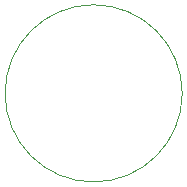
<source format=gko>
G04*
G04 #@! TF.GenerationSoftware,Altium Limited,Altium Designer,18.1.6 (161)*
G04*
G04 Layer_Color=16711935*
%FSTAX24Y24*%
%MOIN*%
G70*
G01*
G75*
%ADD11C,0.0039*%
D11*
X053507Y037473D02*
G03*
X053507Y037473I-002953J0D01*
G01*
M02*

</source>
